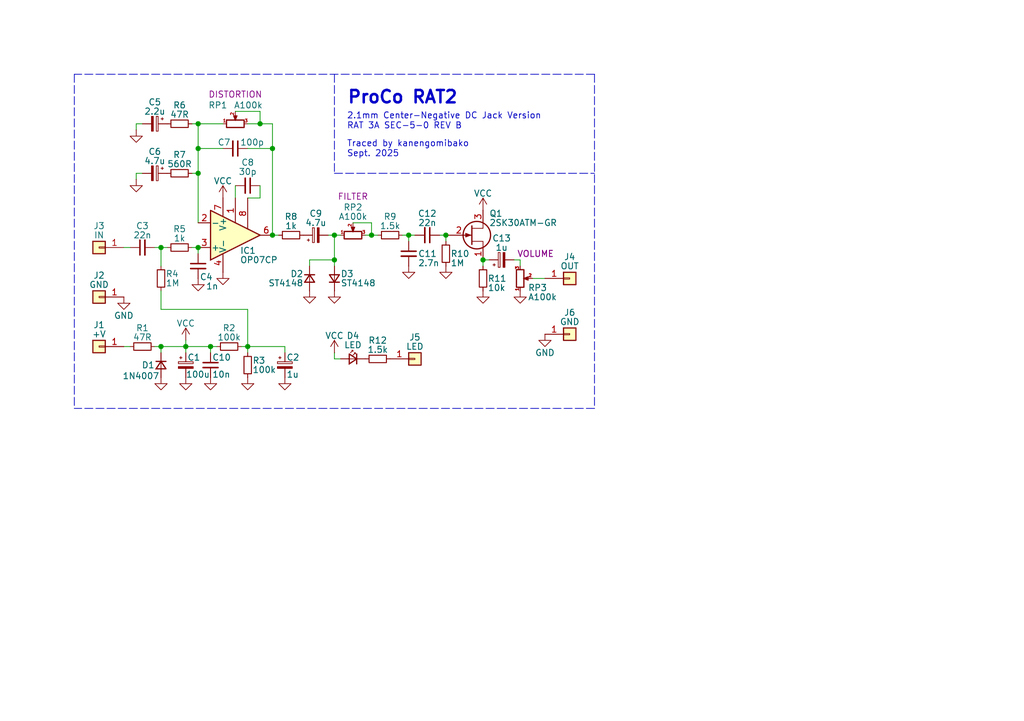
<source format=kicad_sch>
(kicad_sch (version 20250114) (generator "eeschema") (generator_version "9.0")
  (paper "A5")
  (lib_symbols
    (symbol "Amplifier_Operational:TL071" (pin_names (offset 0.127))
      (property "Reference" "IC1" (at 2.2225 3.81 0))
      (property "Value" "OP07CP" (at 2.54 6.6675 0))
      (symbol "TL071_0_1"
        (polyline (pts (xy -5.08 5.08) (xy 5.08 0) (xy -5.08 -5.08) (xy -5.08 5.08)) (stroke (width 0.254)) (fill (type background)))
      )
      (symbol "TL071_1_1"
        (pin input line (at -7.62 2.54 0) (length 2.54) (name "+") (number "3"))
        (pin input line (at -7.62 -2.54 0) (length 2.54) (name "-") (number "2"))
        (pin power_in line (at -2.54 7.62 270) (length 3.81) (name "V-") (number "4"))
        (pin power_in line (at -2.54 -7.62 90) (length 3.81) (name "V+") (number "7"))
        (pin no_connect line (at 0 2.54 270) (length 2.54) (hide yes) (name "NC") (number "5"))
        (pin input line (at 0 -7.62 90) (length 5.08) (name "") (number "1"))
        (pin input line (at 2.54 -7.62 90) (length 6.35) (name "") (number "8"))
        (pin output line (at 7.62 0 180) (length 2.54) (name "~") (number "6"))
      )
    )
    (symbol "Connector_Generic:Conn_01x01" (pin_names (offset 1.016) (hide yes))
      (property "Reference" "J" (at 0 2.54 0))
      (property "Value" "Conn_01x01" (at 0 -2.54 0))
      (symbol "Conn_01x01_1_1"
        (rectangle (start -1.27 1.27) (end 1.27 -1.27) (stroke (width 0.254)) (fill (type background)))
        (rectangle (start -1.27 0.127) (end 0 -0.127) (stroke (width 0.1524)))
        (pin passive line (at -5.08 0 0) (length 3.81) (name "Pin_1") (number "1"))
      )
    )
    (symbol "Device:C_Polarized_Small" (pin_numbers (hide yes)) (pin_names (offset 0.254) (hide yes))
      (property "Reference" "C" (at 0.254 1.778 0))
      (property "Value" "C_Polarized_Small" (at 0.254 -2.032 0))
      (symbol "C_Polarized_Small_0_1"
        (rectangle (start -1.524 0.6858) (end 1.524 0.3048))
        (rectangle (start -1.524 -0.3048) (end 1.524 -0.6858) (fill (type outline)))
        (polyline (pts (xy -1.27 1.524) (xy -0.762 1.524)))
        (polyline (pts (xy -1.016 1.27) (xy -1.016 1.778)))
      )
      (symbol "C_Polarized_Small_1_1"
        (pin passive line (at 0 2.54 270) (length 1.8542) (name "~") (number "1"))
        (pin passive line (at 0 -2.54 90) (length 1.8542) (name "~") (number "2"))
      )
    )
    (symbol "Device:C_Small" (pin_numbers (hide yes)) (pin_names (offset 0.254) (hide yes))
      (property "Reference" "C" (at 0.254 1.778 0))
      (property "Value" "C_Small" (at 0.254 -2.032 0))
      (symbol "C_Small_0_1"
        (polyline (pts (xy -1.524 0.508) (xy 1.524 0.508)) (stroke (width 0.3048)))
        (polyline (pts (xy -1.524 -0.508) (xy 1.524 -0.508)) (stroke (width 0.3302)))
      )
      (symbol "C_Small_1_1"
        (pin passive line (at 0 2.54 270) (length 2.032) (name "~") (number "1"))
        (pin passive line (at 0 -2.54 90) (length 2.032) (name "~") (number "2"))
      )
    )
    (symbol "Device:D_Small" (pin_numbers (hide yes)) (pin_names (offset 0.254) (hide yes))
      (property "Reference" "D" (at -1.27 2.032 0))
      (property "Value" "D_Small" (at -3.81 -2.032 0))
      (symbol "D_Small_0_1"
        (polyline (pts (xy -0.762 0) (xy 0.762 0)))
        (polyline (pts (xy -0.762 -1.016) (xy -0.762 1.016)) (stroke (width 0.254)))
        (polyline (pts (xy 0.762 -1.016) (xy -0.762 0) (xy 0.762 1.016) (xy 0.762 -1.016)) (stroke (width 0.254)))
      )
      (symbol "D_Small_1_1"
        (pin passive line (at -2.54 0 0) (length 1.778) (name "K") (number "1"))
        (pin passive line (at 2.54 0 180) (length 1.778) (name "A") (number "2"))
      )
    )
    (symbol "Device:LED_Small" (pin_numbers (hide yes)) (pin_names (offset 0.254) (hide yes))
      (property "Reference" "D" (at -1.27 3.175 0))
      (property "Value" "LED_Small" (at -4.445 -2.54 0))
      (symbol "LED_Small_0_1"
        (polyline (pts (xy -0.762 -1.016) (xy -0.762 1.016)) (stroke (width 0.254)))
        (polyline (pts (xy 0 0.762) (xy -0.508 1.27) (xy -0.254 1.27) (xy -0.508 1.27) (xy -0.508 1.016)))
        (polyline (pts (xy 0.508 1.27) (xy 0 1.778) (xy 0.254 1.778) (xy 0 1.778) (xy 0 1.524)))
        (polyline (pts (xy 0.762 -1.016) (xy -0.762 0) (xy 0.762 1.016) (xy 0.762 -1.016)) (stroke (width 0.254)))
        (polyline (pts (xy 1.016 0) (xy -0.762 0)))
      )
      (symbol "LED_Small_1_1"
        (pin passive line (at -2.54 0 0) (length 1.778) (name "K") (number "1"))
        (pin passive line (at 2.54 0 180) (length 1.778) (name "A") (number "2"))
      )
    )
    (symbol "Device:Q_NJFET_SGD" (pin_names (offset 0) (hide yes))
      (property "Reference" "Q" (at 5.08 1.27 0))
      (property "Value" "Q_NJFET_SGD" (at 5.08 -1.27 0))
      (symbol "Q_NJFET_SGD_0_1"
        (polyline (pts (xy 0 0) (xy -1.016 0.381) (xy -1.016 -0.381) (xy 0 0)) (fill (type outline)))
        (polyline (pts (xy 0.254 1.905) (xy 0.254 -1.905) (xy 0.254 -1.905)) (stroke (width 0.254)))
        (circle (center 1.27 0) (radius 2.8194) (stroke (width 0.254)))
        (polyline (pts (xy 2.54 2.54) (xy 2.54 1.397) (xy 0.254 1.397)))
        (polyline (pts (xy 2.54 -2.54) (xy 2.54 -1.27) (xy 0.254 -1.27)))
      )
      (symbol "Q_NJFET_SGD_1_1"
        (pin input line (at -5.08 0 0) (length 5.334) (name "G") (number "2"))
        (pin passive line (at 2.54 5.08 270) (length 2.54) (name "D") (number "3"))
        (pin passive line (at 2.54 -5.08 90) (length 2.54) (name "S") (number "1"))
      )
    )
    (symbol "Device:R_Potentiometer_Small" (pin_names (offset 1.016) (hide yes))
      (property "Reference" "RV" (at -4.445 0 90))
      (property "Value" "R_Potentiometer_Small" (at -2.54 0 90))
      (symbol "R_Potentiometer_Small_0_1"
        (rectangle (start 0.762 1.8034) (end -0.762 -1.8034) (stroke (width 0.254)))
        (polyline (pts (xy 0.889 0) (xy 0.635 0) (xy 1.651 0.381) (xy 1.651 -0.381) (xy 0.635 0) (xy 0.889 0)) (fill (type outline)))
      )
      (symbol "R_Potentiometer_Small_1_1"
        (pin passive line (at 0 2.54 270) (length 0.635) (name "1") (number "1"))
        (pin passive line (at 0 -2.54 90) (length 0.635) (name "3") (number "3"))
        (pin passive line (at 2.54 0 180) (length 0.9906) (name "2") (number "2"))
      )
    )
    (symbol "Device:R_Small" (pin_numbers (hide yes)) (pin_names (offset 0.254) (hide yes))
      (property "Reference" "R" (at 0 0 90))
      (property "Value" "R_Small" (at 1.778 0 90))
      (symbol "R_Small_0_1"
        (rectangle (start -0.762 1.778) (end 0.762 -1.778) (stroke (width 0.2032)))
      )
      (symbol "R_Small_1_1"
        (pin passive line (at 0 2.54 270) (length 0.762) (name "~") (number "1"))
        (pin passive line (at 0 -2.54 90) (length 0.762) (name "~") (number "2"))
      )
    )
    (symbol "power:GND" (power) (pin_numbers (hide yes)) (pin_names (offset 0) (hide yes))
      (property "Value" "GND" (at 0 -3.81 0))
      (symbol "GND_0_1"
        (polyline (pts (xy 0 0) (xy 0 -1.27) (xy 1.27 -1.27) (xy 0 -2.54) (xy -1.27 -1.27) (xy 0 -1.27)))
      )
      (symbol "GND_1_1"
        (pin power_in line (at 0 0 270) (length 0) (name "~") (number "1"))
      )
    )
    (symbol "power:VCC" (power) (pin_numbers (hide yes)) (pin_names (offset 0) (hide yes))
      (property "Value" "VCC" (at 0 3.556 0))
      (symbol "VCC_0_1"
        (polyline (pts (xy -0.762 1.27) (xy 0 2.54)))
        (polyline (pts (xy 0 2.54) (xy 0.762 1.27)))
        (polyline (pts (xy 0 0) (xy 0 2.54)))
      )
      (symbol "VCC_1_1"
        (pin power_in line (at 0 0 90) (length 0) (name "~") (number "1"))
      )
    )
  )
  (text "Traced by kanengomibako\nSept. 2025" (at 71.12 32.385 0) (effects (font (size 1.27 1.27)) (justify left bottom)))
  (text "2.1mm Center-Negative DC Jack Version\nRAT 3A SEC-5-0 REV B" (at 71.12 26.67 0) (effects (font (size 1.27 1.27)) (justify left bottom)))
  (text "ProCo RAT2" (at 71.12 21.59 0) (effects (font (size 2.54 2.54) (thickness 0.508) (bold yes)) (justify left bottom)))
  (junction (at 40.64 25.4))
  (junction (at 33.02 71.12))
  (junction (at 40.64 50.8))
  (junction (at 43.18 71.12))
  (junction (at 76.2 48.26))
  (junction (at 68.58 53.34))
  (junction (at 83.82 48.26))
  (junction (at 33.02 50.8))
  (junction (at 38.1 71.12))
  (junction (at 55.88 48.26))
  (junction (at 68.58 48.26))
  (junction (at 99.06 53.34))
  (junction (at 50.8 71.12))
  (junction (at 40.64 30.48))
  (junction (at 53.34 25.4))
  (junction (at 91.44 48.26))
  (junction (at 55.88 30.48))
  (junction (at 40.64 35.56))
  (wire (pts (xy 68.58 73.66) (xy 68.58 72.39)))
  (wire (pts (xy 25.4 71.12) (xy 26.67 71.12)))
  (wire (pts (xy 39.37 25.4) (xy 40.64 25.4)))
  (wire (pts (xy 43.18 71.12) (xy 43.18 72.39)))
  (polyline (pts (xy 121.92 15.24) (xy 15.24 15.24)) (stroke (width 0) (type dash)))
  (wire (pts (xy 27.94 25.4) (xy 29.21 25.4)))
  (wire (pts (xy 53.34 22.86) (xy 53.34 25.4)))
  (wire (pts (xy 40.64 30.48) (xy 40.64 35.56)))
  (wire (pts (xy 38.1 71.12) (xy 43.18 71.12)))
  (wire (pts (xy 40.64 25.4) (xy 45.72 25.4)))
  (polyline (pts (xy 15.24 15.24) (xy 15.24 83.82)) (stroke (width 0) (type dash)))
  (wire (pts (xy 63.5 53.34) (xy 68.58 53.34)))
  (polyline (pts (xy 121.92 15.24) (xy 121.92 83.82)) (stroke (width 0) (type dash)))
  (wire (pts (xy 109.22 57.15) (xy 111.76 57.15)))
  (wire (pts (xy 38.1 71.12) (xy 38.1 72.39)))
  (wire (pts (xy 25.4 50.8) (xy 26.67 50.8)))
  (wire (pts (xy 39.37 35.56) (xy 40.64 35.56)))
  (wire (pts (xy 39.37 50.8) (xy 40.64 50.8)))
  (wire (pts (xy 68.58 48.26) (xy 68.58 53.34)))
  (wire (pts (xy 31.75 71.12) (xy 33.02 71.12)))
  (wire (pts (xy 40.64 30.48) (xy 45.72 30.48)))
  (wire (pts (xy 27.94 36.83) (xy 27.94 35.56)))
  (wire (pts (xy 31.75 50.8) (xy 33.02 50.8)))
  (wire (pts (xy 33.02 71.12) (xy 33.02 72.39)))
  (wire (pts (xy 50.8 25.4) (xy 53.34 25.4)))
  (wire (pts (xy 48.26 38.1) (xy 48.26 40.64)))
  (wire (pts (xy 83.82 48.26) (xy 85.09 48.26)))
  (wire (pts (xy 48.26 22.86) (xy 53.34 22.86)))
  (wire (pts (xy 99.06 53.34) (xy 99.06 54.61)))
  (wire (pts (xy 55.88 48.26) (xy 57.15 48.26)))
  (wire (pts (xy 106.68 53.34) (xy 105.41 53.34)))
  (wire (pts (xy 40.64 50.8) (xy 40.64 52.07)))
  (wire (pts (xy 74.93 48.26) (xy 76.2 48.26)))
  (polyline (pts (xy 68.58 15.24) (xy 68.58 35.56)) (stroke (width 0) (type dash)))
  (wire (pts (xy 90.17 48.26) (xy 91.44 48.26)))
  (wire (pts (xy 33.02 63.5) (xy 33.02 59.69)))
  (wire (pts (xy 40.64 35.56) (xy 40.64 45.72)))
  (wire (pts (xy 68.58 48.26) (xy 69.85 48.26)))
  (wire (pts (xy 63.5 53.34) (xy 63.5 54.61)))
  (wire (pts (xy 33.02 50.8) (xy 34.29 50.8)))
  (wire (pts (xy 27.94 35.56) (xy 29.21 35.56)))
  (wire (pts (xy 106.68 54.61) (xy 106.68 53.34)))
  (wire (pts (xy 67.31 48.26) (xy 68.58 48.26)))
  (wire (pts (xy 91.44 48.26) (xy 91.44 49.53)))
  (polyline (pts (xy 68.58 35.56) (xy 121.92 35.56)) (stroke (width 0) (type dash)))
  (wire (pts (xy 53.34 25.4) (xy 55.88 25.4)))
  (wire (pts (xy 68.58 73.66) (xy 69.85 73.66)))
  (wire (pts (xy 83.82 48.26) (xy 83.82 49.53)))
  (wire (pts (xy 50.8 63.5) (xy 33.02 63.5)))
  (wire (pts (xy 43.18 71.12) (xy 44.45 71.12)))
  (wire (pts (xy 38.1 71.12) (xy 38.1 69.85)))
  (wire (pts (xy 55.88 25.4) (xy 55.88 30.48)))
  (wire (pts (xy 27.94 25.4) (xy 27.94 26.67)))
  (wire (pts (xy 50.8 30.48) (xy 55.88 30.48)))
  (polyline (pts (xy 121.92 83.82) (xy 15.24 83.82)) (stroke (width 0) (type dash)))
  (wire (pts (xy 68.58 54.61) (xy 68.58 53.34)))
  (wire (pts (xy 53.34 38.1) (xy 53.34 40.64)))
  (wire (pts (xy 33.02 50.8) (xy 33.02 54.61)))
  (wire (pts (xy 72.39 45.72) (xy 76.2 45.72)))
  (wire (pts (xy 76.2 48.26) (xy 77.47 48.26)))
  (wire (pts (xy 58.42 71.12) (xy 58.42 72.39)))
  (wire (pts (xy 50.8 71.12) (xy 58.42 71.12)))
  (wire (pts (xy 33.02 71.12) (xy 38.1 71.12)))
  (wire (pts (xy 50.8 40.64) (xy 53.34 40.64)))
  (wire (pts (xy 40.64 25.4) (xy 40.64 30.48)))
  (wire (pts (xy 50.8 71.12) (xy 50.8 72.39)))
  (wire (pts (xy 99.06 53.34) (xy 100.33 53.34)))
  (wire (pts (xy 50.8 71.12) (xy 49.53 71.12)))
  (wire (pts (xy 82.55 48.26) (xy 83.82 48.26)))
  (wire (pts (xy 50.8 63.5) (xy 50.8 71.12)))
  (wire (pts (xy 55.88 30.48) (xy 55.88 48.26)))
  (wire (pts (xy 76.2 45.72) (xy 76.2 48.26)))
  (symbol (lib_id "Device:C_Small") (at 48.26 30.48 270) (unit 1)
    (property "Reference" "C7" (at 47.3075 29.21 90) (effects (justify right)))
    (property "Value" "100p" (at 49.2125 29.21 90) (effects (justify left)))
    (property "Footprint" "Capacitor_THT:C_Rect_L7.0mm_W2.5mm_P5.00mm" (effects (hide yes)))
    (property "Description" "Unpolarized capacitor, small symbol" (effects (hide yes)))
  )
  (symbol (lib_id "Device:R_Small") (at 77.47 73.66 90) (mirror x) (unit 1)
    (property "Reference" "R12" (at 77.47 69.85 90))
    (property "Value" "1.5k" (at 77.47 71.755 90))
    (property "Footprint" "Resistor_THT:R_Axial_DIN0207_L6.3mm_D2.5mm_P10.16mm_Horizontal" (effects (hide yes)))
    (property "Description" "Resistor, small symbol" (effects (hide yes)))
  )
  (symbol (lib_id "Device:R_Potentiometer_Small") (at 106.68 57.15 0) (mirror x) (unit 1)
    (property "Reference" "RP3" (at 108.2675 59.055 0) (effects (justify left)))
    (property "Value" "A100k" (at 108.2675 60.96 0) (effects (justify left)))
    (property "Footprint" "Potentiometer_THT:Potentiometer_Omeg_PC16BU_Vertical" (effects (hide yes)))
    (property "Description" "VOLUME" (at 106.045 52.07 0) (effects (justify left)))
  )
  (symbol (lib_id "power:GND") (at 40.64 57.15 0) (unit 1)
    (property "Reference" "#PWR04" (effects (hide yes)))
    (property "Value" "GND" (effects (hide yes)))
    (property "Description" "Power symbol creates a global label with name \"GND\" , ground" (effects (hide yes)))
  )
  (symbol (lib_id "Device:C_Polarized_Small") (at 31.75 35.56 270) (unit 1)
    (property "Reference" "C6" (at 31.75 31.115 90))
    (property "Value" "4.7u" (at 31.75 33.02 90))
    (property "Footprint" "Capacitor_THT:CP_Radial_D5.0mm_P2.50mm" (effects (hide yes)))
    (property "Description" "Polarized capacitor, small symbol" (effects (hide yes)))
  )
  (symbol (lib_id "power:VCC") (at 68.58 72.39 0) (mirror y) (unit 1)
    (property "Reference" "#PWR08" (effects (hide yes)))
    (property "Value" "VCC" (at 68.58 68.8975 0))
    (property "Description" "Power symbol creates a global label with name \"VCC\"" (effects (hide yes)))
  )
  (symbol (lib_id "Device:R_Small") (at 29.21 71.12 270) (unit 1)
    (property "Reference" "R1" (at 29.21 67.31 90))
    (property "Value" "47R" (at 29.21 69.215 90))
    (property "Footprint" "Resistor_THT:R_Axial_DIN0207_L6.3mm_D2.5mm_P10.16mm_Horizontal" (effects (hide yes)))
    (property "Description" "Resistor, small symbol" (effects (hide yes)))
  )
  (symbol (lib_id "Device:C_Polarized_Small") (at 31.75 25.4 270) (unit 1)
    (property "Reference" "C5" (at 31.75 20.955 90))
    (property "Value" "2.2u" (at 31.75 22.86 90))
    (property "Footprint" "Capacitor_THT:CP_Radial_D5.0mm_P2.50mm" (effects (hide yes)))
    (property "Description" "Polarized capacitor, small symbol" (effects (hide yes)))
  )
  (symbol (lib_id "Device:Q_NJFET_SGD") (at 96.52 48.26 0) (unit 1)
    (property "Reference" "Q1" (at 100.33 43.815 0) (effects (justify left)))
    (property "Value" "2SK30ATM-GR" (at 100.33 45.72 0) (effects (justify left)))
    (property "Footprint" "Package_TO_SOT_THT:TO-92_Inline_Wide" (effects (hide yes)))
    (property "Description" "N-JFET transistor, source/gate/drain" (effects (hide yes)))
  )
  (symbol (lib_id "Device:C_Small") (at 43.18 74.93 0) (mirror y) (unit 1)
    (property "Reference" "C10" (at 43.4975 73.3425 0) (effects (justify right)))
    (property "Value" "10n" (at 43.4975 76.835 0) (effects (justify right)))
    (property "Footprint" "Capacitor_THT:C_Rect_L7.0mm_W2.5mm_P5.00mm" (effects (hide yes)))
    (property "Description" "Unpolarized capacitor, small symbol" (effects (hide yes)))
  )
  (symbol (lib_id "Device:R_Small") (at 36.83 25.4 90) (mirror x) (unit 1)
    (property "Reference" "R6" (at 36.83 21.59 90))
    (property "Value" "47R" (at 36.83 23.495 90))
    (property "Footprint" "Resistor_THT:R_Axial_DIN0207_L6.3mm_D2.5mm_P10.16mm_Horizontal" (effects (hide yes)))
    (property "Description" "Resistor, small symbol" (effects (hide yes)))
  )
  (symbol (lib_id "Device:D_Small") (at 68.58 57.15 90) (unit 1)
    (property "Reference" "D3" (at 69.85 56.1975 90) (effects (justify right)))
    (property "Value" "ST4148" (at 69.85 58.1025 90) (effects (justify right)))
    (property "Footprint" "Diode_THT:D_DO-41_SOD81_P10.16mm_Horizontal" (effects (hide yes)))
    (property "Description" "Diode, small symbol" (effects (hide yes)))
    (property "Sim.Device" "D" (effects (hide yes)))
    (property "Sim.Pins" "1=K 2=A" (effects (hide yes)))
  )
  (symbol (lib_id "power:GND") (at 99.06 59.69 0) (unit 1)
    (property "Reference" "#PWR020" (effects (hide yes)))
    (property "Value" "GND" (effects (hide yes)))
    (property "Description" "Power symbol creates a global label with name \"GND\" , ground" (effects (hide yes)))
  )
  (symbol (lib_id "Device:C_Small") (at 29.21 50.8 90) (mirror x) (unit 1)
    (property "Reference" "C3" (at 29.21 46.355 90))
    (property "Value" "22n" (at 29.21 48.26 90))
    (property "Footprint" "Capacitor_THT:C_Rect_L7.0mm_W2.5mm_P5.00mm" (effects (hide yes)))
    (property "Description" "Unpolarized capacitor, small symbol" (effects (hide yes)))
  )
  (symbol (lib_id "power:VCC") (at 99.06 43.18 0) (unit 1)
    (property "Reference" "#PWR06" (effects (hide yes)))
    (property "Value" "VCC" (at 99.06 39.6875 0))
    (property "Description" "Power symbol creates a global label with name \"VCC\"" (effects (hide yes)))
  )
  (symbol (lib_id "power:GND") (at 33.02 77.47 0) (unit 1)
    (property "Reference" "#PWR03" (effects (hide yes)))
    (property "Value" "GND" (effects (hide yes)))
    (property "Description" "Power symbol creates a global label with name \"GND\" , ground" (effects (hide yes)))
  )
  (symbol (lib_id "Device:R_Small") (at 36.83 50.8 90) (mirror x) (unit 1)
    (property "Reference" "R5" (at 36.83 46.99 90))
    (property "Value" "1k" (at 36.83 48.895 90))
    (property "Footprint" "Resistor_THT:R_Axial_DIN0207_L6.3mm_D2.5mm_P10.16mm_Horizontal" (effects (hide yes)))
    (property "Description" "Resistor, small symbol" (effects (hide yes)))
  )
  (symbol (lib_id "power:GND") (at 27.94 26.67 0) (unit 1)
    (property "Reference" "#PWR013" (effects (hide yes)))
    (property "Value" "GND" (effects (hide yes)))
    (property "Description" "Power symbol creates a global label with name \"GND\" , ground" (effects (hide yes)))
  )
  (symbol (lib_id "Device:R_Small") (at 33.02 57.15 0) (mirror x) (unit 1)
    (property "Reference" "R4" (at 33.9725 56.1975 0) (effects (justify left)))
    (property "Value" "1M" (at 33.9725 58.1025 0) (effects (justify left)))
    (property "Footprint" "Resistor_THT:R_Axial_DIN0207_L6.3mm_D2.5mm_P10.16mm_Horizontal" (effects (hide yes)))
    (property "Description" "Resistor, small symbol" (effects (hide yes)))
  )
  (symbol (lib_id "Connector_Generic:Conn_01x01") (at 20.32 60.96 180) (unit 1)
    (property "Reference" "J2" (at 20.32 56.515 0))
    (property "Value" "GND" (at 20.32 58.42 0))
    (property "Footprint" "Connector_PinHeader_2.54mm:PinHeader_1x01_P2.54mm_Vertical" (effects (hide yes)))
    (property "Description" "Generic connector, single row, 01x01, script generated (kicad-library-utils/schlib/autogen/connector/)" (effects (hide yes)))
  )
  (symbol (lib_id "power:GND") (at 38.1 77.47 0) (unit 1)
    (property "Reference" "#PWR09" (effects (hide yes)))
    (property "Value" "GND" (effects (hide yes)))
    (property "Description" "Power symbol creates a global label with name \"GND\" , ground" (effects (hide yes)))
  )
  (symbol (lib_id "power:GND") (at 83.82 54.61 0) (unit 1)
    (property "Reference" "#PWR018" (effects (hide yes)))
    (property "Value" "GND" (effects (hide yes)))
    (property "Description" "Power symbol creates a global label with name \"GND\" , ground" (effects (hide yes)))
  )
  (symbol (lib_id "Device:C_Small") (at 87.63 48.26 270) (unit 1)
    (property "Reference" "C12" (at 87.63 43.815 90))
    (property "Value" "22n" (at 87.63 45.72 90))
    (property "Footprint" "Capacitor_THT:C_Rect_L7.0mm_W2.5mm_P5.00mm" (effects (hide yes)))
    (property "Description" "Unpolarized capacitor, small symbol" (effects (hide yes)))
  )
  (symbol (lib_id "Device:R_Small") (at 50.8 74.93 0) (mirror x) (unit 1)
    (property "Reference" "R3" (at 51.7525 73.9775 0) (effects (justify left)))
    (property "Value" "100k" (at 51.7525 75.8825 0) (effects (justify left)))
    (property "Footprint" "Resistor_THT:R_Axial_DIN0207_L6.3mm_D2.5mm_P10.16mm_Horizontal" (effects (hide yes)))
    (property "Description" "Resistor, small symbol" (effects (hide yes)))
  )
  (symbol (lib_id "Device:R_Small") (at 91.44 52.07 0) (unit 1)
    (property "Reference" "R10" (at 92.3925 52.07 0) (effects (justify left)))
    (property "Value" "1M" (at 92.3925 53.975 0) (effects (justify left)))
    (property "Footprint" "Resistor_THT:R_Axial_DIN0207_L6.3mm_D2.5mm_P10.16mm_Horizontal" (effects (hide yes)))
    (property "Description" "Resistor, small symbol" (effects (hide yes)))
  )
  (symbol (lib_id "power:VCC") (at 38.1 69.85 0) (unit 1)
    (property "Reference" "#PWR05" (effects (hide yes)))
    (property "Value" "VCC" (at 38.1 66.3575 0))
    (property "Description" "Power symbol creates a global label with name \"VCC\"" (effects (hide yes)))
  )
  (symbol (lib_id "Device:C_Small") (at 40.64 54.61 0) (unit 1)
    (property "Reference" "C4" (at 40.9575 56.8325 0) (effects (justify left)))
    (property "Value" "1n" (at 42.2275 58.7375 0) (effects (justify left)))
    (property "Footprint" "Capacitor_THT:C_Rect_L7.0mm_W2.5mm_P5.00mm" (effects (hide yes)))
    (property "Description" "Unpolarized capacitor, small symbol" (effects (hide yes)))
  )
  (symbol (lib_id "Device:C_Polarized_Small") (at 58.42 74.93 0) (unit 1)
    (property "Reference" "C2" (at 58.7375 73.3425 0) (effects (justify left)))
    (property "Value" "1u" (at 58.7375 76.835 0) (effects (justify left)))
    (property "Footprint" "Capacitor_THT:CP_Radial_D5.0mm_P2.50mm" (effects (hide yes)))
    (property "Description" "Polarized capacitor, small symbol" (effects (hide yes)))
  )
  (symbol (lib_id "power:GND") (at 45.72 55.88 0) (unit 1)
    (property "Reference" "#PWR015" (effects (hide yes)))
    (property "Value" "GND" (effects (hide yes)))
    (property "Description" "Power symbol creates a global label with name \"GND\" , ground" (effects (hide yes)))
  )
  (symbol (lib_id "power:GND") (at 111.76 68.58 0) (mirror y) (unit 1)
    (property "Reference" "#PWR02" (effects (hide yes)))
    (property "Value" "GND" (at 111.76 72.39 0))
    (property "Description" "Power symbol creates a global label with name \"GND\" , ground" (effects (hide yes)))
  )
  (symbol (lib_id "Connector_Generic:Conn_01x01") (at 85.09 73.66 0) (mirror x) (unit 1)
    (property "Reference" "J5" (at 85.09 69.215 0))
    (property "Value" "LED" (at 85.09 71.12 0))
    (property "Footprint" "Connector_PinHeader_2.54mm:PinHeader_1x01_P2.54mm_Vertical" (effects (hide yes)))
    (property "Description" "Generic connector, single row, 01x01, script generated (kicad-library-utils/schlib/autogen/connector/)" (effects (hide yes)))
  )
  (symbol (lib_id "Device:C_Polarized_Small") (at 64.77 48.26 90) (unit 1)
    (property "Reference" "C9" (at 64.77 43.815 90))
    (property "Value" "4.7u" (at 64.77 45.72 90))
    (property "Footprint" "Capacitor_THT:CP_Radial_D5.0mm_P2.50mm" (effects (hide yes)))
    (property "Description" "Polarized capacitor, small symbol" (effects (hide yes)))
  )
  (symbol (lib_id "Device:R_Potentiometer_Small") (at 48.26 25.4 90) (unit 1)
    (property "Reference" "RP1" (at 46.6725 21.59 90) (effects (justify left)))
    (property "Value" "A100k" (at 47.9425 21.59 90) (effects (justify right)))
    (property "Footprint" "Potentiometer_THT:Potentiometer_Omeg_PC16BU_Vertical" (effects (hide yes)))
    (property "Description" "DISTORTION" (at 48.26 19.3675 90))
  )
  (symbol (lib_id "Device:R_Small") (at 36.83 35.56 90) (mirror x) (unit 1)
    (property "Reference" "R7" (at 36.83 31.75 90))
    (property "Value" "560R" (at 36.83 33.655 90))
    (property "Footprint" "Resistor_THT:R_Axial_DIN0207_L6.3mm_D2.5mm_P10.16mm_Horizontal" (effects (hide yes)))
    (property "Description" "Resistor, small symbol" (effects (hide yes)))
  )
  (symbol (lib_id "power:GND") (at 43.18 77.47 0) (unit 1)
    (property "Reference" "#PWR022" (effects (hide yes)))
    (property "Value" "GND" (effects (hide yes)))
    (property "Description" "Power symbol creates a global label with name \"GND\" , ground" (effects (hide yes)))
  )
  (symbol (lib_id "Device:D_Small") (at 63.5 57.15 270) (unit 1)
    (property "Reference" "D2" (at 62.23 56.1975 90) (effects (justify right)))
    (property "Value" "ST4148" (at 62.23 58.1025 90) (effects (justify right)))
    (property "Footprint" "Diode_THT:D_DO-41_SOD81_P10.16mm_Horizontal" (effects (hide yes)))
    (property "Description" "Diode, small symbol" (effects (hide yes)))
    (property "Sim.Device" "D" (effects (hide yes)))
    (property "Sim.Pins" "1=K 2=A" (effects (hide yes)))
  )
  (symbol (lib_id "power:GND") (at 25.4 60.96 0) (unit 1)
    (property "Reference" "#PWR01" (effects (hide yes)))
    (property "Value" "GND" (at 25.4 64.77 0))
    (property "Description" "Power symbol creates a global label with name \"GND\" , ground" (effects (hide yes)))
  )
  (symbol (lib_id "Device:C_Polarized_Small") (at 102.87 53.34 90) (unit 1)
    (property "Reference" "C13" (at 102.87 48.895 90))
    (property "Value" "1u" (at 102.87 50.8 90))
    (property "Footprint" "Capacitor_THT:CP_Radial_D5.0mm_P2.50mm" (effects (hide yes)))
    (property "Description" "Polarized capacitor, small symbol" (effects (hide yes)))
  )
  (symbol (lib_id "Device:R_Small") (at 80.01 48.26 90) (mirror x) (unit 1)
    (property "Reference" "R9" (at 80.01 44.45 90))
    (property "Value" "1.5k" (at 80.01 46.355 90))
    (property "Footprint" "Resistor_THT:R_Axial_DIN0207_L6.3mm_D2.5mm_P10.16mm_Horizontal" (effects (hide yes)))
    (property "Description" "Resistor, small symbol" (effects (hide yes)))
  )
  (symbol (lib_id "Device:R_Small") (at 59.69 48.26 270) (mirror x) (unit 1)
    (property "Reference" "R8" (at 59.69 44.45 90))
    (property "Value" "1k" (at 59.69 46.355 90))
    (property "Footprint" "Resistor_THT:R_Axial_DIN0207_L6.3mm_D2.5mm_P10.16mm_Horizontal" (effects (hide yes)))
    (property "Description" "Resistor, small symbol" (effects (hide yes)))
  )
  (symbol (lib_id "Device:D_Small") (at 33.02 74.93 270) (unit 1)
    (property "Reference" "D1" (at 31.75 74.93 90) (effects (justify right)))
    (property "Value" "1N4007" (at 32.7025 77.1525 90) (effects (justify right)))
    (property "Footprint" "Diode_THT:D_DO-41_SOD81_P10.16mm_Horizontal" (effects (hide yes)))
    (property "Description" "Diode, small symbol" (effects (hide yes)))
    (property "Sim.Device" "D" (effects (hide yes)))
    (property "Sim.Pins" "1=K 2=A" (effects (hide yes)))
  )
  (symbol (lib_id "Device:R_Small") (at 99.06 57.15 0) (unit 1)
    (property "Reference" "R11" (at 100.0125 57.15 0) (effects (justify left)))
    (property "Value" "10k" (at 100.0125 59.055 0) (effects (justify left)))
    (property "Footprint" "Resistor_THT:R_Axial_DIN0207_L6.3mm_D2.5mm_P10.16mm_Horizontal" (effects (hide yes)))
    (property "Description" "Resistor, small symbol" (effects (hide yes)))
  )
  (symbol (lib_id "Device:R_Potentiometer_Small") (at 72.39 48.26 90) (unit 1)
    (property "Reference" "RP2" (at 72.39 42.545 90))
    (property "Value" "A100k" (at 72.39 44.45 90))
    (property "Footprint" "Potentiometer_THT:Potentiometer_Omeg_PC16BU_Vertical" (effects (hide yes)))
    (property "Description" "FILTER" (at 72.39 40.3225 90))
  )
  (symbol (lib_id "power:VCC") (at 45.72 40.64 0) (unit 1)
    (property "Reference" "#PWR07" (effects (hide yes)))
    (property "Value" "VCC" (at 45.72 37.1475 0))
    (property "Description" "Power symbol creates a global label with name \"VCC\"" (effects (hide yes)))
  )
  (symbol (lib_id "Device:C_Polarized_Small") (at 38.1 74.93 0) (unit 1)
    (property "Reference" "C1" (at 38.4175 73.3425 0) (effects (justify left)))
    (property "Value" "100u" (at 38.1 76.835 0) (effects (justify left)))
    (property "Footprint" "Capacitor_THT:CP_Radial_D5.0mm_P2.50mm" (effects (hide yes)))
    (property "Description" "Polarized capacitor, small symbol" (effects (hide yes)))
  )
  (symbol (lib_id "power:GND") (at 106.68 59.69 0) (unit 1)
    (property "Reference" "#PWR021" (effects (hide yes)))
    (property "Value" "GND" (effects (hide yes)))
    (property "Description" "Power symbol creates a global label with name \"GND\" , ground" (effects (hide yes)))
  )
  (symbol (lib_id "Device:C_Small") (at 50.8 38.1 270) (unit 1)
    (property "Reference" "C8" (at 50.8 33.3375 90))
    (property "Value" "30p" (at 50.8 35.2425 90))
    (property "Footprint" "Capacitor_THT:C_Rect_L7.0mm_W2.5mm_P5.00mm" (effects (hide yes)))
    (property "Description" "Unpolarized capacitor, small symbol" (effects (hide yes)))
  )
  (symbol (lib_id "power:GND") (at 50.8 77.47 0) (unit 1)
    (property "Reference" "#PWR010" (effects (hide yes)))
    (property "Value" "GND" (effects (hide yes)))
    (property "Description" "Power symbol creates a global label with name \"GND\" , ground" (effects (hide yes)))
  )
  (symbol (lib_id "Connector_Generic:Conn_01x01") (at 20.32 71.12 180) (unit 1)
    (property "Reference" "J1" (at 20.32 66.675 0))
    (property "Value" "+V" (at 20.32 68.58 0))
    (property "Footprint" "Connector_PinHeader_2.54mm:PinHeader_1x01_P2.54mm_Vertical" (effects (hide yes)))
    (property "Description" "Generic connector, single row, 01x01, script generated (kicad-library-utils/schlib/autogen/connector/)" (effects (hide yes)))
  )
  (symbol (lib_id "Connector_Generic:Conn_01x01") (at 20.32 50.8 180) (unit 1)
    (property "Reference" "J3" (at 20.32 46.355 0))
    (property "Value" "IN" (at 20.32 48.26 0))
    (property "Footprint" "Connector_PinHeader_2.54mm:PinHeader_1x01_P2.54mm_Vertical" (effects (hide yes)))
    (property "Description" "Generic connector, single row, 01x01, script generated (kicad-library-utils/schlib/autogen/connector/)" (effects (hide yes)))
  )
  (symbol (lib_id "power:GND") (at 91.44 54.61 0) (unit 1)
    (property "Reference" "#PWR019" (effects (hide yes)))
    (property "Value" "GND" (effects (hide yes)))
    (property "Description" "Power symbol creates a global label with name \"GND\" , ground" (effects (hide yes)))
  )
  (symbol (lib_id "power:GND") (at 68.58 59.69 0) (unit 1)
    (property "Reference" "#PWR017" (effects (hide yes)))
    (property "Value" "GND" (effects (hide yes)))
    (property "Description" "Power symbol creates a global label with name \"GND\" , ground" (effects (hide yes)))
  )
  (symbol (lib_id "power:GND") (at 27.94 36.83 0) (unit 1)
    (property "Reference" "#PWR014" (effects (hide yes)))
    (property "Value" "GND" (effects (hide yes)))
    (property "Description" "Power symbol creates a global label with name \"GND\" , ground" (effects (hide yes)))
  )
  (symbol (lib_id "Device:R_Small") (at 46.99 71.12 270) (unit 1)
    (property "Reference" "R2" (at 46.99 67.31 90))
    (property "Value" "100k" (at 46.99 69.215 90))
    (property "Footprint" "Resistor_THT:R_Axial_DIN0207_L6.3mm_D2.5mm_P10.16mm_Horizontal" (effects (hide yes)))
    (property "Description" "Resistor, small symbol" (effects (hide yes)))
  )
  (symbol (lib_id "Amplifier_Operational:TL071") (at 48.26 48.26 0) (mirror x) (unit 1)
    (property "Reference" "IC1" (at 49.2125 51.435 0) (effects (justify left)))
    (property "Value" "OP07CP" (at 49.2125 53.34 0) (effects (justify left)))
    (property "Footprint" "Package_DIP:DIP-8_W7.62mm" (effects (hide yes)))
  )
  (symbol (lib_id "Connector_Generic:Conn_01x01") (at 116.84 57.15 0) (mirror x) (unit 1)
    (property "Reference" "J4" (at 116.84 52.705 0))
    (property "Value" "OUT" (at 116.84 54.61 0))
    (property "Footprint" "Connector_PinHeader_2.54mm:PinHeader_1x01_P2.54mm_Vertical" (effects (hide yes)))
    (property "Description" "Generic connector, single row, 01x01, script generated (kicad-library-utils/schlib/autogen/connector/)" (effects (hide yes)))
  )
  (symbol (lib_id "Device:C_Small") (at 83.82 52.07 0) (unit 1)
    (property "Reference" "C11" (at 85.725 52.07 0) (effects (justify left)))
    (property "Value" "2.7n" (at 85.725 53.975 0) (effects (justify left)))
    (property "Footprint" "Capacitor_THT:C_Rect_L7.0mm_W2.5mm_P5.00mm" (effects (hide yes)))
    (property "Description" "Unpolarized capacitor, small symbol" (effects (hide yes)))
  )
  (symbol (lib_id "Device:LED_Small") (at 72.39 73.66 0) (mirror y) (unit 1)
    (property "Reference" "D4" (at 72.39 68.8975 0))
    (property "Value" "LED" (at 72.39 70.8025 0))
    (property "Footprint" "LED_THT:LED_D5.0mm" (effects (hide yes)))
    (property "Description" "Light emitting diode, small symbol" (effects (hide yes)))
    (property "Sim.Pin" "1=K 2=A" (effects (hide yes)))
  )
  (symbol (lib_id "power:GND") (at 63.5 59.69 0) (unit 1)
    (property "Reference" "#PWR016" (effects (hide yes)))
    (property "Value" "GND" (effects (hide yes)))
    (property "Description" "Power symbol creates a global label with name \"GND\" , ground" (effects (hide yes)))
  )
  (symbol (lib_id "Connector_Generic:Conn_01x01") (at 116.84 68.58 0) (mirror x) (unit 1)
    (property "Reference" "J6" (at 116.84 64.135 0))
    (property "Value" "GND" (at 116.84 66.04 0))
    (property "Footprint" "Connector_PinHeader_2.54mm:PinHeader_1x01_P2.54mm_Vertical" (effects (hide yes)))
    (property "Description" "Generic connector, single row, 01x01, script generated (kicad-library-utils/schlib/autogen/connector/)" (effects (hide yes)))
  )
  (symbol (lib_id "power:GND") (at 58.42 77.47 0) (unit 1)
    (property "Reference" "#PWR011" (effects (hide yes)))
    (property "Value" "GND" (effects (hide yes)))
    (property "Description" "Power symbol creates a global label with name \"GND\" , ground" (effects (hide yes)))
  )
)
</source>
